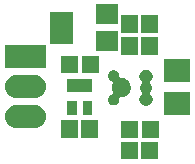
<source format=gts>
G04 #@! TF.GenerationSoftware,KiCad,Pcbnew,(5.1.2)-1*
G04 #@! TF.CreationDate,2020-07-04T22:19:09+09:00*
G04 #@! TF.ProjectId,SPU0410LR5H,53505530-3431-4304-9c52-35482e6b6963,v1.1*
G04 #@! TF.SameCoordinates,Original*
G04 #@! TF.FileFunction,Soldermask,Top*
G04 #@! TF.FilePolarity,Negative*
%FSLAX46Y46*%
G04 Gerber Fmt 4.6, Leading zero omitted, Abs format (unit mm)*
G04 Created by KiCad (PCBNEW (5.1.2)-1) date 2020-07-04 22:19:09*
%MOMM*%
%LPD*%
G04 APERTURE LIST*
%ADD10C,0.100000*%
G04 APERTURE END LIST*
D10*
G36*
X153162270Y-117589750D02*
G01*
X151713250Y-117589750D01*
X151713250Y-116110250D01*
X153162270Y-116110250D01*
X153162270Y-117589750D01*
X153162270Y-117589750D01*
G37*
G36*
X151414750Y-117589750D02*
G01*
X149965730Y-117589750D01*
X149965730Y-116110250D01*
X151414750Y-116110250D01*
X151414750Y-117589750D01*
X151414750Y-117589750D01*
G37*
G36*
X153178270Y-115769750D02*
G01*
X151729250Y-115769750D01*
X151729250Y-114290250D01*
X153178270Y-114290250D01*
X153178270Y-115769750D01*
X153178270Y-115769750D01*
G37*
G36*
X151430750Y-115769750D02*
G01*
X149981730Y-115769750D01*
X149981730Y-114290250D01*
X151430750Y-114290250D01*
X151430750Y-115769750D01*
X151430750Y-115769750D01*
G37*
G36*
X148072270Y-115729750D02*
G01*
X146623250Y-115729750D01*
X146623250Y-114250250D01*
X148072270Y-114250250D01*
X148072270Y-115729750D01*
X148072270Y-115729750D01*
G37*
G36*
X146324750Y-115729750D02*
G01*
X144875730Y-115729750D01*
X144875730Y-114250250D01*
X146324750Y-114250250D01*
X146324750Y-115729750D01*
X146324750Y-115729750D01*
G37*
G36*
X142870583Y-113011919D02*
G01*
X143051925Y-113066929D01*
X143219043Y-113156256D01*
X143365528Y-113276472D01*
X143485744Y-113422957D01*
X143575071Y-113590075D01*
X143630081Y-113771417D01*
X143648654Y-113960000D01*
X143630081Y-114148583D01*
X143575071Y-114329925D01*
X143485744Y-114497043D01*
X143365528Y-114643528D01*
X143219043Y-114763744D01*
X143051925Y-114853071D01*
X142870583Y-114908081D01*
X142729257Y-114922000D01*
X141110743Y-114922000D01*
X140969417Y-114908081D01*
X140788075Y-114853071D01*
X140620957Y-114763744D01*
X140474472Y-114643528D01*
X140354256Y-114497043D01*
X140264929Y-114329925D01*
X140209919Y-114148583D01*
X140191346Y-113960000D01*
X140209919Y-113771417D01*
X140264929Y-113590075D01*
X140354256Y-113422957D01*
X140474472Y-113276472D01*
X140620957Y-113156256D01*
X140788075Y-113066929D01*
X140969417Y-113011919D01*
X141110743Y-112998000D01*
X142729257Y-112998000D01*
X142870583Y-113011919D01*
X142870583Y-113011919D01*
G37*
G36*
X155860000Y-113860000D02*
G01*
X153660000Y-113860000D01*
X153660000Y-111860000D01*
X155860000Y-111860000D01*
X155860000Y-113860000D01*
X155860000Y-113860000D01*
G37*
G36*
X146250000Y-113785000D02*
G01*
X145450000Y-113785000D01*
X145450000Y-112635000D01*
X146250000Y-112635000D01*
X146250000Y-113785000D01*
X146250000Y-113785000D01*
G37*
G36*
X147550000Y-113785000D02*
G01*
X146750000Y-113785000D01*
X146750000Y-112635000D01*
X147550000Y-112635000D01*
X147550000Y-113785000D01*
X147550000Y-113785000D01*
G37*
G36*
X152266782Y-109994077D02*
G01*
X152368968Y-110036404D01*
X152368970Y-110036405D01*
X152460935Y-110097854D01*
X152539146Y-110176065D01*
X152593333Y-110257161D01*
X152600596Y-110268032D01*
X152642923Y-110370218D01*
X152664500Y-110478695D01*
X152664500Y-110589305D01*
X152642923Y-110697782D01*
X152600596Y-110799968D01*
X152539146Y-110891935D01*
X152463224Y-110967857D01*
X152447679Y-110986799D01*
X152436128Y-111008410D01*
X152429015Y-111031859D01*
X152426613Y-111056245D01*
X152429015Y-111080631D01*
X152436128Y-111104080D01*
X152447679Y-111125691D01*
X152463219Y-111144627D01*
X152496036Y-111177444D01*
X152532098Y-111231415D01*
X152551412Y-111260321D01*
X152589555Y-111352406D01*
X152609000Y-111450162D01*
X152609000Y-111549838D01*
X152589555Y-111647594D01*
X152552583Y-111736852D01*
X152551411Y-111739681D01*
X152496036Y-111822556D01*
X152463219Y-111855373D01*
X152447679Y-111874309D01*
X152436128Y-111895920D01*
X152429015Y-111919369D01*
X152426613Y-111943755D01*
X152429015Y-111968141D01*
X152436128Y-111991590D01*
X152447679Y-112013201D01*
X152463224Y-112032143D01*
X152539146Y-112108065D01*
X152600596Y-112200032D01*
X152642923Y-112302218D01*
X152664500Y-112410695D01*
X152664500Y-112521305D01*
X152642923Y-112629782D01*
X152632352Y-112655302D01*
X152600595Y-112731970D01*
X152539146Y-112823935D01*
X152460935Y-112902146D01*
X152368970Y-112963595D01*
X152368969Y-112963596D01*
X152368968Y-112963596D01*
X152266782Y-113005923D01*
X152158305Y-113027500D01*
X152047695Y-113027500D01*
X151939218Y-113005923D01*
X151837032Y-112963596D01*
X151837031Y-112963596D01*
X151837030Y-112963595D01*
X151745065Y-112902146D01*
X151666854Y-112823935D01*
X151605405Y-112731970D01*
X151573648Y-112655302D01*
X151563077Y-112629782D01*
X151541500Y-112521305D01*
X151541500Y-112410695D01*
X151563077Y-112302218D01*
X151605404Y-112200032D01*
X151666854Y-112108065D01*
X151742776Y-112032143D01*
X151758321Y-112013201D01*
X151769872Y-111991590D01*
X151776985Y-111968141D01*
X151779387Y-111943755D01*
X151776985Y-111919369D01*
X151769872Y-111895920D01*
X151758321Y-111874309D01*
X151742781Y-111855373D01*
X151709964Y-111822556D01*
X151654589Y-111739681D01*
X151653417Y-111736852D01*
X151616445Y-111647594D01*
X151597000Y-111549838D01*
X151597000Y-111450162D01*
X151616445Y-111352406D01*
X151654588Y-111260321D01*
X151673902Y-111231415D01*
X151709964Y-111177444D01*
X151742781Y-111144627D01*
X151758321Y-111125691D01*
X151769872Y-111104080D01*
X151776985Y-111080631D01*
X151779387Y-111056245D01*
X151776985Y-111031859D01*
X151769872Y-111008410D01*
X151758321Y-110986799D01*
X151742776Y-110967857D01*
X151666854Y-110891935D01*
X151605404Y-110799968D01*
X151563077Y-110697782D01*
X151541500Y-110589305D01*
X151541500Y-110478695D01*
X151563077Y-110370218D01*
X151605404Y-110268032D01*
X151612668Y-110257161D01*
X151666854Y-110176065D01*
X151745065Y-110097854D01*
X151837030Y-110036405D01*
X151837032Y-110036404D01*
X151939218Y-109994077D01*
X152047695Y-109972500D01*
X152158305Y-109972500D01*
X152266782Y-109994077D01*
X152266782Y-109994077D01*
G37*
G36*
X149506301Y-110022484D02*
G01*
X149593840Y-110058744D01*
X149672617Y-110111381D01*
X149739619Y-110178383D01*
X149792256Y-110257160D01*
X149828516Y-110344699D01*
X149847000Y-110437624D01*
X149847000Y-110532376D01*
X149845759Y-110538615D01*
X149843357Y-110563002D01*
X149845759Y-110587388D01*
X149852872Y-110610837D01*
X149864423Y-110632447D01*
X149879969Y-110651389D01*
X149898911Y-110666934D01*
X149920521Y-110678485D01*
X149943970Y-110685598D01*
X149968356Y-110688000D01*
X150079976Y-110688000D01*
X150236852Y-110719204D01*
X150384625Y-110780414D01*
X150428756Y-110809901D01*
X150517620Y-110869278D01*
X150630722Y-110982380D01*
X150681979Y-111059092D01*
X150719586Y-111115375D01*
X150780796Y-111263148D01*
X150812000Y-111420024D01*
X150812000Y-111579976D01*
X150780796Y-111736852D01*
X150719586Y-111884625D01*
X150719585Y-111884626D01*
X150630722Y-112017620D01*
X150517620Y-112130722D01*
X150428756Y-112190099D01*
X150384625Y-112219586D01*
X150236852Y-112280796D01*
X150079976Y-112312000D01*
X149968356Y-112312000D01*
X149943970Y-112314402D01*
X149920521Y-112321515D01*
X149898910Y-112333066D01*
X149879968Y-112348611D01*
X149864423Y-112367553D01*
X149852872Y-112389164D01*
X149845759Y-112412613D01*
X149843357Y-112436999D01*
X149845759Y-112461385D01*
X149847000Y-112467624D01*
X149847000Y-112562376D01*
X149828516Y-112655301D01*
X149792256Y-112742840D01*
X149739619Y-112821617D01*
X149672617Y-112888619D01*
X149593840Y-112941256D01*
X149506301Y-112977516D01*
X149413376Y-112996000D01*
X149318624Y-112996000D01*
X149225699Y-112977516D01*
X149138160Y-112941256D01*
X149059383Y-112888619D01*
X148992381Y-112821617D01*
X148939744Y-112742840D01*
X148903484Y-112655301D01*
X148885000Y-112562376D01*
X148885000Y-112467624D01*
X148903484Y-112374699D01*
X148939744Y-112287160D01*
X148992381Y-112208383D01*
X149059383Y-112141381D01*
X149138158Y-112088745D01*
X149216265Y-112056392D01*
X149237875Y-112044841D01*
X149256817Y-112029295D01*
X149272362Y-112010353D01*
X149283913Y-111988743D01*
X149291026Y-111965294D01*
X149293428Y-111940908D01*
X149291026Y-111916521D01*
X149283913Y-111893073D01*
X149219204Y-111736852D01*
X149188000Y-111579976D01*
X149188000Y-111420024D01*
X149219204Y-111263148D01*
X149283913Y-111106927D01*
X149291026Y-111083478D01*
X149293428Y-111059092D01*
X149291026Y-111034706D01*
X149283913Y-111011257D01*
X149272362Y-110989646D01*
X149256817Y-110970704D01*
X149237875Y-110955159D01*
X149216265Y-110943608D01*
X149138158Y-110911255D01*
X149059383Y-110858619D01*
X148992381Y-110791617D01*
X148939744Y-110712840D01*
X148903484Y-110625301D01*
X148885000Y-110532376D01*
X148885000Y-110437624D01*
X148903484Y-110344699D01*
X148939744Y-110257160D01*
X148992381Y-110178383D01*
X149059383Y-110111381D01*
X149138160Y-110058744D01*
X149225699Y-110022484D01*
X149318624Y-110004000D01*
X149413376Y-110004000D01*
X149506301Y-110022484D01*
X149506301Y-110022484D01*
G37*
G36*
X142870583Y-110471919D02*
G01*
X143051925Y-110526929D01*
X143219043Y-110616256D01*
X143365528Y-110736472D01*
X143485744Y-110882957D01*
X143575071Y-111050075D01*
X143630081Y-111231417D01*
X143648654Y-111420000D01*
X143630081Y-111608583D01*
X143575071Y-111789925D01*
X143485744Y-111957043D01*
X143365528Y-112103528D01*
X143219043Y-112223744D01*
X143051925Y-112313071D01*
X143051922Y-112313072D01*
X143024089Y-112321515D01*
X142870583Y-112368081D01*
X142729257Y-112382000D01*
X141110743Y-112382000D01*
X140969417Y-112368081D01*
X140815911Y-112321515D01*
X140788078Y-112313072D01*
X140788075Y-112313071D01*
X140620957Y-112223744D01*
X140474472Y-112103528D01*
X140354256Y-111957043D01*
X140264929Y-111789925D01*
X140209919Y-111608583D01*
X140191346Y-111420000D01*
X140209919Y-111231417D01*
X140264929Y-111050075D01*
X140354256Y-110882957D01*
X140474472Y-110736472D01*
X140620957Y-110616256D01*
X140788075Y-110526929D01*
X140969417Y-110471919D01*
X141110743Y-110458000D01*
X142729257Y-110458000D01*
X142870583Y-110471919D01*
X142870583Y-110471919D01*
G37*
G36*
X147550000Y-111885000D02*
G01*
X145450000Y-111885000D01*
X145450000Y-110735000D01*
X147550000Y-110735000D01*
X147550000Y-111885000D01*
X147550000Y-111885000D01*
G37*
G36*
X155860000Y-111060000D02*
G01*
X153660000Y-111060000D01*
X153660000Y-109060000D01*
X155860000Y-109060000D01*
X155860000Y-111060000D01*
X155860000Y-111060000D01*
G37*
G36*
X148104270Y-110269750D02*
G01*
X146655250Y-110269750D01*
X146655250Y-108790250D01*
X148104270Y-108790250D01*
X148104270Y-110269750D01*
X148104270Y-110269750D01*
G37*
G36*
X146356750Y-110269750D02*
G01*
X144907730Y-110269750D01*
X144907730Y-108790250D01*
X146356750Y-108790250D01*
X146356750Y-110269750D01*
X146356750Y-110269750D01*
G37*
G36*
X143644000Y-109842000D02*
G01*
X140196000Y-109842000D01*
X140196000Y-107918000D01*
X143644000Y-107918000D01*
X143644000Y-109842000D01*
X143644000Y-109842000D01*
G37*
G36*
X151414750Y-108729750D02*
G01*
X149965730Y-108729750D01*
X149965730Y-107250250D01*
X151414750Y-107250250D01*
X151414750Y-108729750D01*
X151414750Y-108729750D01*
G37*
G36*
X153162270Y-108729750D02*
G01*
X151713250Y-108729750D01*
X151713250Y-107250250D01*
X153162270Y-107250250D01*
X153162270Y-108729750D01*
X153162270Y-108729750D01*
G37*
G36*
X149699550Y-108437050D02*
G01*
X147900010Y-108437050D01*
X147900010Y-106739110D01*
X149699550Y-106739110D01*
X149699550Y-108437050D01*
X149699550Y-108437050D01*
G37*
G36*
X145900980Y-107789350D02*
G01*
X144002380Y-107789350D01*
X144002380Y-105090650D01*
X145900980Y-105090650D01*
X145900980Y-107789350D01*
X145900980Y-107789350D01*
G37*
G36*
X151416750Y-106859750D02*
G01*
X149967730Y-106859750D01*
X149967730Y-105380250D01*
X151416750Y-105380250D01*
X151416750Y-106859750D01*
X151416750Y-106859750D01*
G37*
G36*
X153164270Y-106859750D02*
G01*
X151715250Y-106859750D01*
X151715250Y-105380250D01*
X153164270Y-105380250D01*
X153164270Y-106859750D01*
X153164270Y-106859750D01*
G37*
G36*
X149699550Y-106140890D02*
G01*
X147900010Y-106140890D01*
X147900010Y-104442950D01*
X149699550Y-104442950D01*
X149699550Y-106140890D01*
X149699550Y-106140890D01*
G37*
M02*

</source>
